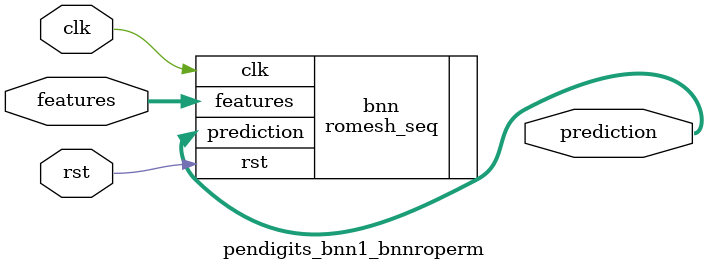
<source format=v>














module pendigits_bnn1_bnnroperm #(

parameter FEAT_CNT = 16,
parameter HIDDEN_CNT = 40,
parameter FEAT_BITS = 4,
parameter CLASS_CNT = 10,
parameter TEST_CNT = 1000


  ) (
  input clk,
  input rst,
  input [FEAT_CNT*FEAT_BITS-1:0] features,
  output [$clog2(CLASS_CNT)-1:0] prediction
  );

  localparam Weights0 = 640'b1110000011011010010100011111000011001010000111010100111000011011111010010101101001101010010100111001001000111101010010100001101100010110101111011010010000110111000101101110110110110001000001110100001111101100010111111100000110111010111001010101101001100011000000000010111101010001111100001011000000101011111110111101000001001011111110001110111110000101011010111111100001001010011000101011011011011001010100000101100110110101000010011011110100100011010010111010010000000111000010111011001011110101010011010001101010100101110010001001010101011000101001010001111000000101001110001010111110110001000000110101001011011010111101010010101101000010 ;
  localparam Weights1 = 400'b0011000010000110000111010101111000001010100010101101101000110110101110101100001011111001000010000101100111000011101010100011010011110000101000001011010010001000101101000100001010101110100111100011101000011001001011010001010000111101000000110101111011100100010110111100011111111100111111101010100101001001110000010000010011101010101011011101111101001010000001100000111000010110000101001011010011101101 ;

  romesh_seq #(.FEAT_CNT(FEAT_CNT),.FEAT_BITS(FEAT_BITS),.HIDDEN_CNT(HIDDEN_CNT),.CLASS_CNT(CLASS_CNT),.Weights0(Weights0),.Weights1(Weights1)) bnn (
    .clk(clk),
    .rst(rst),
    .features(features),
    .prediction(prediction)
  );

endmodule

</source>
